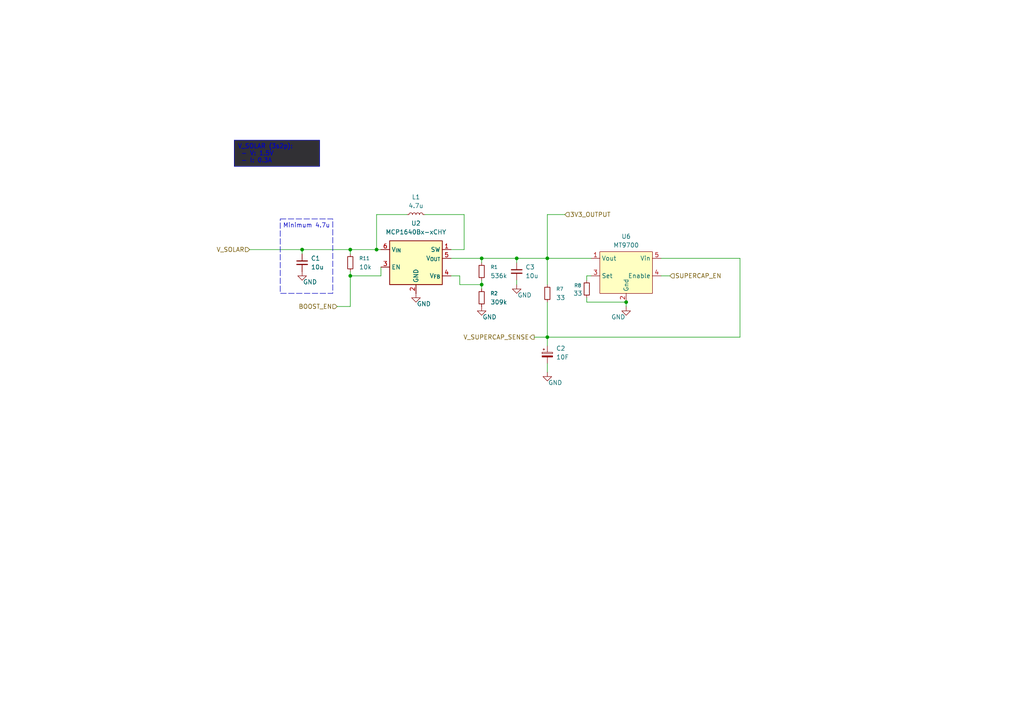
<source format=kicad_sch>
(kicad_sch (version 20250114) (generator "eeschema") (generator_version "9.0")
  (paper "A4")
  (lib_symbols
    (symbol "Device:C_Polarized_Small" (pin_numbers (hide yes)) (pin_names (offset 0.254) (hide yes))
      (property "Reference" "C" (at 0.254 1.778 0))
      (property "Value" "C_Polarized_Small" (at 0.254 -2.032 0))
      (symbol "C_Polarized_Small_0_1"
        (rectangle (start -1.524 0.6858) (end 1.524 0.3048))
        (rectangle (start -1.524 -0.3048) (end 1.524 -0.6858) (fill (type outline)))
        (polyline (pts (xy -1.27 1.524) (xy -0.762 1.524)))
        (polyline (pts (xy -1.016 1.27) (xy -1.016 1.778)))
      )
      (symbol "C_Polarized_Small_1_1"
        (pin passive line (at 0 2.54 270) (length 1.8542) (name "~") (number "1"))
        (pin passive line (at 0 -2.54 90) (length 1.8542) (name "~") (number "2"))
      )
    )
    (symbol "Device:C_Small" (pin_numbers (hide yes)) (pin_names (offset 0.254) (hide yes))
      (property "Reference" "C" (at 0.254 1.778 0))
      (property "Value" "C_Small" (at 0.254 -2.032 0))
      (symbol "C_Small_0_1"
        (polyline (pts (xy -1.524 0.508) (xy 1.524 0.508)) (stroke (width 0.3048)))
        (polyline (pts (xy -1.524 -0.508) (xy 1.524 -0.508)) (stroke (width 0.3302)))
      )
      (symbol "C_Small_1_1"
        (pin passive line (at 0 2.54 270) (length 2.032) (name "~") (number "1"))
        (pin passive line (at 0 -2.54 90) (length 2.032) (name "~") (number "2"))
      )
    )
    (symbol "Device:L_Small" (pin_numbers (hide yes)) (pin_names (offset 0.254) (hide yes))
      (property "Reference" "L" (at 0.762 1.016 0))
      (property "Value" "L_Small" (at 0.762 -1.016 0))
      (symbol "L_Small_0_1"
        (arc (start 0 2.032) (mid 0.5058 1.524) (end 0 1.016))
        (arc (start 0 1.016) (mid 0.5058 0.508) (end 0 0))
        (arc (start 0 0) (mid 0.5058 -0.508) (end 0 -1.016))
        (arc (start 0 -1.016) (mid 0.5058 -1.524) (end 0 -2.032))
      )
      (symbol "L_Small_1_1"
        (pin passive line (at 0 2.54 270) (length 0.508) (name "~") (number "1"))
        (pin passive line (at 0 -2.54 90) (length 0.508) (name "~") (number "2"))
      )
    )
    (symbol "Device:R_Small" (pin_numbers (hide yes)) (pin_names (offset 0.254) (hide yes))
      (property "Reference" "R" (at 0 0 90))
      (property "Value" "R_Small" (at 1.778 0 90))
      (symbol "R_Small_0_1"
        (rectangle (start -0.762 1.778) (end 0.762 -1.778) (stroke (width 0.2032)))
      )
      (symbol "R_Small_1_1"
        (pin passive line (at 0 2.54 270) (length 0.762) (name "~") (number "1"))
        (pin passive line (at 0 -2.54 90) (length 0.762) (name "~") (number "2"))
      )
    )
    (symbol "Regulator_Switching:MCP1640Cx-xCHY"
      (property "Reference" "U" (at -7.62 8.89 0))
      (property "Value" "MCP1640Cx-xCHY" (at -1.27 8.89 0))
      (symbol "MCP1640Cx-xCHY_0_1"
        (rectangle (start -7.62 7.62) (end 7.62 -5.08) (stroke (width 0.254)) (fill (type background)))
      )
      (symbol "MCP1640Cx-xCHY_1_1"
        (pin power_in line (at -10.16 5.08 0) (length 2.54) (name "V_{IN}") (number "6"))
        (pin input line (at -10.16 0 0) (length 2.54) (name "EN") (number "3"))
        (pin power_in line (at 0 -7.62 90) (length 2.54) (name "GND") (number "2"))
        (pin input line (at 10.16 5.08 180) (length 2.54) (name "SW") (number "1"))
        (pin power_out line (at 10.16 2.54 180) (length 2.54) (name "V_{OUT}") (number "5"))
        (pin input line (at 10.16 -2.54 180) (length 2.54) (name "V_{FB}") (number "4"))
      )
    )
    (symbol "gluonLibrary:MT9700"
      (property "Reference" "U" (at -7.112 5.588 0))
      (property "Value" "MT9700" (at 3.81 5.842 0))
      (symbol "MT9700_0_0"
        (pin unspecified line (at -10.16 2.54 0) (length 2.54) (name "Vin") (number "5"))
        (pin unspecified line (at 0 -10.16 90) (length 2.54) (name "Gnd") (number "2"))
        (pin unspecified line (at 10.16 2.54 180) (length 2.54) (name "Vout") (number "1"))
        (pin unspecified line (at 10.16 -2.54 180) (length 2.54) (name "Set") (number "3"))
      )
      (symbol "MT9700_0_1"
        (rectangle (start -7.62 4.445) (end 7.62 -7.62) (fill (type background)))
      )
      (symbol "MT9700_1_0"
        (pin unspecified line (at -10.16 -2.54 0) (length 2.54) (name "Enable") (number "4"))
      )
    )
    (symbol "power:GND" (power) (pin_numbers (hide yes)) (pin_names (offset 0) (hide yes))
      (property "Value" "GND" (at 0 -3.81 0))
      (symbol "GND_0_1"
        (polyline (pts (xy 0 0) (xy 0 -1.27) (xy 1.27 -1.27) (xy 0 -2.54) (xy -1.27 -1.27) (xy 0 -1.27)))
      )
      (symbol "GND_1_1"
        (pin power_in line (at 0 0 270) (length 0) (name "~") (number "1"))
      )
    )
  )
  (rectangle (start 81.28 63.5) (end 96.52 85.09) (stroke (width 0) (type dash)))
  (text "Minimum 4.7u" (at 88.9 65.532 0) (effects (font (size 1.27 1.27))))
  (text_box "V_SOLAR (3s2p): \n - V: 1.5V\n - I: 0.3A" (at 67.945 40.64 0) (size 24.765 7.62) (margins 0.9525 0.9525 0.9525 0.9525) (fill (type color) (color 49 48 52 1)) (effects (font (size 1.27 1.27) (thickness 0.2032) (bold yes)) (justify left top)))
  (junction (at 109.22 72.39))
  (junction (at 139.7 74.93))
  (junction (at 87.63 72.39))
  (junction (at 158.75 97.79))
  (junction (at 101.6 80.01))
  (junction (at 139.7 82.55))
  (junction (at 158.75 74.93))
  (junction (at 181.61 87.63))
  (junction (at 149.86 74.93))
  (junction (at 101.6 72.39))
  (wire (pts (xy 123.19 62.23) (xy 134.62 62.23)))
  (wire (pts (xy 181.61 88.9) (xy 181.61 87.63)))
  (wire (pts (xy 170.18 80.01) (xy 170.18 81.28)))
  (wire (pts (xy 110.49 80.01) (xy 110.49 77.47)))
  (wire (pts (xy 149.86 76.2) (xy 149.86 74.93)))
  (wire (pts (xy 154.94 97.79) (xy 158.75 97.79)))
  (wire (pts (xy 170.18 87.63) (xy 181.61 87.63)))
  (wire (pts (xy 170.18 86.36) (xy 170.18 87.63)))
  (wire (pts (xy 97.79 88.9) (xy 101.6 88.9)))
  (wire (pts (xy 109.22 72.39) (xy 101.6 72.39)))
  (wire (pts (xy 158.75 105.41) (xy 158.75 107.95)))
  (wire (pts (xy 158.75 87.63) (xy 158.75 97.79)))
  (wire (pts (xy 158.75 74.93) (xy 158.75 82.55)))
  (wire (pts (xy 194.31 80.01) (xy 191.77 80.01)))
  (wire (pts (xy 134.62 72.39) (xy 134.62 62.23)))
  (wire (pts (xy 101.6 73.66) (xy 101.6 72.39)))
  (wire (pts (xy 139.7 76.2) (xy 139.7 74.93)))
  (wire (pts (xy 109.22 72.39) (xy 110.49 72.39)))
  (wire (pts (xy 214.63 97.79) (xy 214.63 74.93)))
  (wire (pts (xy 101.6 80.01) (xy 101.6 78.74)))
  (wire (pts (xy 87.63 73.66) (xy 87.63 72.39)))
  (wire (pts (xy 130.81 80.01) (xy 133.35 80.01)))
  (wire (pts (xy 139.7 81.28) (xy 139.7 82.55)))
  (wire (pts (xy 133.35 80.01) (xy 133.35 82.55)))
  (wire (pts (xy 109.22 62.23) (xy 109.22 72.39)))
  (wire (pts (xy 87.63 72.39) (xy 101.6 72.39)))
  (wire (pts (xy 139.7 74.93) (xy 149.86 74.93)))
  (wire (pts (xy 101.6 80.01) (xy 110.49 80.01)))
  (wire (pts (xy 149.86 82.55) (xy 149.86 81.28)))
  (wire (pts (xy 139.7 82.55) (xy 139.7 83.82)))
  (wire (pts (xy 158.75 97.79) (xy 158.75 100.33)))
  (wire (pts (xy 130.81 72.39) (xy 134.62 72.39)))
  (wire (pts (xy 133.35 82.55) (xy 139.7 82.55)))
  (wire (pts (xy 158.75 62.23) (xy 163.83 62.23)))
  (wire (pts (xy 72.39 72.39) (xy 87.63 72.39)))
  (wire (pts (xy 158.75 62.23) (xy 158.75 74.93)))
  (wire (pts (xy 130.81 74.93) (xy 139.7 74.93)))
  (wire (pts (xy 158.75 74.93) (xy 171.45 74.93)))
  (wire (pts (xy 171.45 80.01) (xy 170.18 80.01)))
  (wire (pts (xy 191.77 74.93) (xy 214.63 74.93)))
  (wire (pts (xy 118.11 62.23) (xy 109.22 62.23)))
  (wire (pts (xy 101.6 80.01) (xy 101.6 88.9)))
  (wire (pts (xy 149.86 74.93) (xy 158.75 74.93)))
  (wire (pts (xy 158.75 97.79) (xy 214.63 97.79)))
  (hierarchical_label "V_SUPERCAP_SENSE" (shape output) (at 154.94 97.79 180))
  (hierarchical_label "V_SOLAR" (shape input) (at 72.39 72.39 180))
  (hierarchical_label "3V3_OUTPUT" (shape input) (at 163.83 62.23 0))
  (hierarchical_label "BOOST_EN" (shape input) (at 97.79 88.9 180))
  (hierarchical_label "SUPERCAP_EN" (shape input) (at 194.31 80.01 0))
  (symbol (lib_id "power:GND") (at 139.7 88.9 0) (unit 1)
    (property "Reference" "#PWR02" (effects (hide yes)))
    (property "Value" "GND" (at 141.986 91.948 0))
    (property "Description" "Power symbol creates a global label with name \"GND\" , ground" (effects (hide yes)))
  )
  (symbol (lib_id "Device:R_Small") (at 170.18 83.82 0) (mirror y) (unit 1)
    (property "Reference" "R8" (at 168.656 82.804 0) (effects (font (size 1.016 1.016)) (justify left)))
    (property "Value" "33" (at 168.91 85.09 0) (effects (justify left)))
    (property "Footprint" "Resistor_SMD:R_0603_1608Metric_Pad0.98x0.95mm_HandSolder" (effects (hide yes)))
    (property "Description" "Resistor, small symbol" (effects (hide yes)))
  )
  (symbol (lib_id "power:GND") (at 181.61 88.9 0) (mirror y) (unit 1)
    (property "Reference" "#PWR011" (effects (hide yes)))
    (property "Value" "GND" (at 179.324 91.948 0))
    (property "Description" "Power symbol creates a global label with name \"GND\" , ground" (effects (hide yes)))
  )
  (symbol (lib_id "power:GND") (at 149.86 82.55 0) (unit 1)
    (property "Reference" "#PWR030" (effects (hide yes)))
    (property "Value" "GND" (at 152.146 85.598 0))
    (property "Description" "Power symbol creates a global label with name \"GND\" , ground" (effects (hide yes)))
  )
  (symbol (lib_id "Device:C_Small") (at 149.86 78.74 0) (unit 1)
    (property "Reference" "C3" (at 152.4 77.4762 0) (effects (justify left)))
    (property "Value" "10u" (at 152.4 80.0162 0) (effects (justify left)))
    (property "Footprint" "Capacitor_SMD:C_0805_2012Metric_Pad1.18x1.45mm_HandSolder" (effects (hide yes)))
    (property "Description" "Unpolarized capacitor, small symbol" (effects (hide yes)))
    (property "LCSC" "https://lcsc.com/product-detail/Multilayer-Ceramic-Capacitors-MLCC-SMD-SMT_CCTC-TCC0805X5R106K100FT_C380331.html" (effects (hide yes)))
  )
  (symbol (lib_id "Device:C_Polarized_Small") (at 158.75 102.87 0) (unit 1)
    (property "Reference" "C2" (at 161.29 101.0538 0) (effects (justify left)))
    (property "Value" "10F" (at 161.29 103.5938 0) (effects (justify left)))
    (property "Description" "Polarized capacitor, small symbol" (effects (hide yes)))
    (property "LCSC" "https://lcsc.com/product-detail/Lithium-Ion-Capacitors_Ymin-SLA3R8L1560613_C970390.html" (effects (hide yes)))
  )
  (symbol (lib_id "Regulator_Switching:MCP1640Cx-xCHY") (at 120.65 77.47 0) (unit 1)
    (property "Reference" "U2" (at 120.65 64.77 0))
    (property "Value" "MCP1640Bx-xCHY" (at 120.65 67.31 0))
    (property "Footprint" "Package_TO_SOT_SMD:SOT-23-6" (effects (hide yes)))
    (property "Datasheet" "http://ww1.microchip.com/downloads/en/DeviceDoc/20002234D.pdf" (effects (hide yes)))
    (property "Description" "Synchronous Boost Regulator, Adjustable Output 2.0V-5.5V, PWM/PFM Input to Output Bypass, SOT-23" (effects (hide yes)))
  )
  (symbol (lib_id "Device:L_Small") (at 120.65 62.23 90) (unit 1)
    (property "Reference" "L1" (at 120.65 57.15 90))
    (property "Value" "4.7u" (at 120.65 59.69 90))
    (property "Footprint" "Inductor_SMD:L_1008_2520Metric_Pad1.43x2.20mm_HandSolder" (effects (hide yes)))
    (property "Description" "Inductor, small symbol" (effects (hide yes)))
    (property "LCSC" "https://lcsc.com/product-detail/Power-Inductors_INPAQ-WIP252012P-4R7ML_C964123.html" (effects (hide yes)))
  )
  (symbol (lib_id "gluonLibrary:MT9700") (at 181.61 77.47 0) (mirror y) (unit 1)
    (property "Reference" "U6" (at 181.61 68.58 0))
    (property "Value" "MT9700" (at 181.61 71.12 0))
    (property "Footprint" "Package_TO_SOT_SMD:SOT-23-5_HandSoldering" (effects (hide yes)))
    (property "Datasheet" "https://lcsc.com/datasheet/lcsc_datasheet_1809291208_XI-AN-Aerosemi-Tech-MT9700_C89855.pdf" (effects (hide yes)))
    (property "LCSC" "https://lcsc.com/product-detail/Power-Distribution-Switches_XI-AN-Aerosemi-Tech-MT9700_C89855.html" (effects (hide yes)))
  )
  (symbol (lib_id "power:GND") (at 158.75 107.95 0) (unit 1)
    (property "Reference" "#PWR010" (effects (hide yes)))
    (property "Value" "GND" (at 161.036 110.998 0))
    (property "Description" "Power symbol creates a global label with name \"GND\" , ground" (effects (hide yes)))
  )
  (symbol (lib_id "Device:R_Small") (at 101.6 76.2 0) (unit 1)
    (property "Reference" "R11" (at 104.14 74.9299 0) (effects (font (size 1.016 1.016)) (justify left)))
    (property "Value" "10k" (at 104.14 77.4699 0) (effects (justify left)))
    (property "Footprint" "Resistor_SMD:R_0603_1608Metric_Pad0.98x0.95mm_HandSolder" (effects (hide yes)))
    (property "Description" "Resistor, small symbol" (effects (hide yes)))
  )
  (symbol (lib_id "Device:R_Small") (at 139.7 86.36 0) (unit 1)
    (property "Reference" "R2" (at 142.24 85.0899 0) (effects (font (size 1.016 1.016)) (justify left)))
    (property "Value" "309k" (at 142.24 87.6299 0) (effects (justify left)))
    (property "Footprint" "Resistor_SMD:R_0603_1608Metric_Pad0.98x0.95mm_HandSolder" (effects (hide yes)))
    (property "Description" "Resistor, small symbol" (effects (hide yes)))
  )
  (symbol (lib_id "power:GND") (at 87.63 78.74 0) (unit 1)
    (property "Reference" "#PWR03" (effects (hide yes)))
    (property "Value" "GND" (at 89.916 81.788 0))
    (property "Description" "Power symbol creates a global label with name \"GND\" , ground" (effects (hide yes)))
  )
  (symbol (lib_id "Device:R_Small") (at 139.7 78.74 0) (unit 1)
    (property "Reference" "R1" (at 142.24 77.4699 0) (effects (font (size 1.016 1.016)) (justify left)))
    (property "Value" "536k" (at 142.24 80.0099 0) (effects (justify left)))
    (property "Footprint" "Resistor_SMD:R_0603_1608Metric_Pad0.98x0.95mm_HandSolder" (effects (hide yes)))
    (property "Description" "Resistor, small symbol" (effects (hide yes)))
  )
  (symbol (lib_id "Device:R_Small") (at 158.75 85.09 0) (unit 1)
    (property "Reference" "R7" (at 161.29 83.8199 0) (effects (font (size 1.016 1.016)) (justify left)))
    (property "Value" "33" (at 161.29 86.3599 0) (effects (justify left)))
    (property "Footprint" "Resistor_SMD:R_0603_1608Metric_Pad0.98x0.95mm_HandSolder" (effects (hide yes)))
    (property "Description" "Resistor, small symbol" (effects (hide yes)))
  )
  (symbol (lib_id "power:GND") (at 120.65 85.09 0) (unit 1)
    (property "Reference" "#PWR01" (effects (hide yes)))
    (property "Value" "GND" (at 122.936 88.138 0))
    (property "Description" "Power symbol creates a global label with name \"GND\" , ground" (effects (hide yes)))
  )
  (symbol (lib_id "Device:C_Small") (at 87.63 76.2 0) (unit 1)
    (property "Reference" "C1" (at 90.17 74.9362 0) (effects (justify left)))
    (property "Value" "10u" (at 90.17 77.4762 0) (effects (justify left)))
    (property "Footprint" "Capacitor_SMD:C_0805_2012Metric_Pad1.18x1.45mm_HandSolder" (effects (hide yes)))
    (property "Description" "Unpolarized capacitor, small symbol" (effects (hide yes)))
    (property "LCSC" "https://lcsc.com/product-detail/Multilayer-Ceramic-Capacitors-MLCC-SMD-SMT_CCTC-TCC0805X5R106K100FT_C380331.html" (effects (hide yes)))
  )
)
</source>
